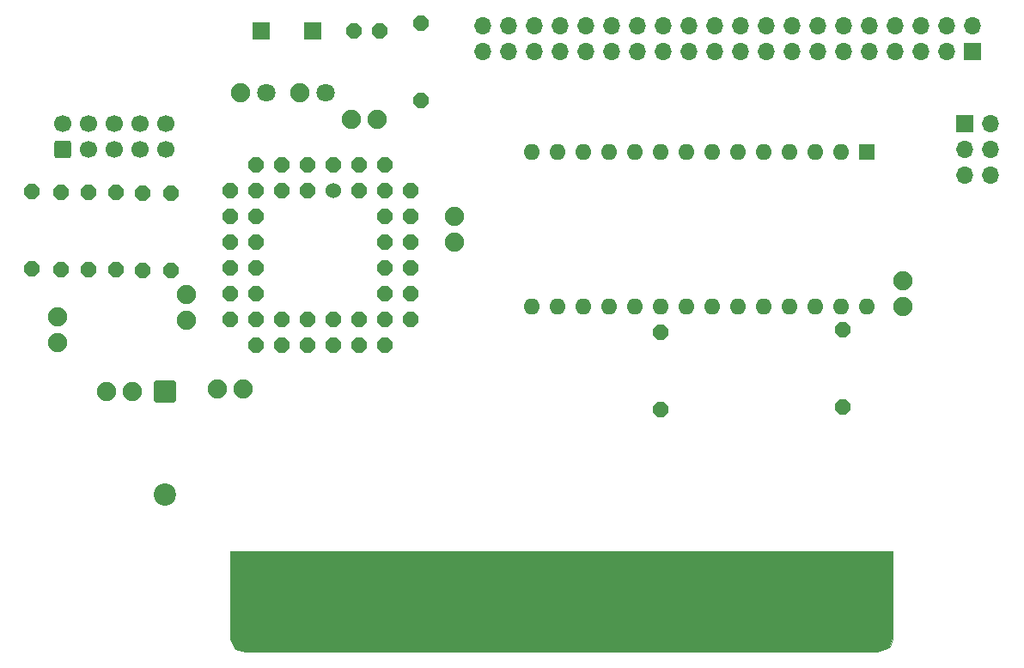
<source format=gbr>
%TF.GenerationSoftware,KiCad,Pcbnew,9.0.2*%
%TF.CreationDate,2025-09-06T01:51:39+01:00*%
%TF.ProjectId,msxpi,6d737870-692e-46b6-9963-61645f706362,1.1 Rev 1*%
%TF.SameCoordinates,Original*%
%TF.FileFunction,Soldermask,Bot*%
%TF.FilePolarity,Negative*%
%FSLAX46Y46*%
G04 Gerber Fmt 4.6, Leading zero omitted, Abs format (unit mm)*
G04 Created by KiCad (PCBNEW 9.0.2) date 2025-09-06 01:51:39*
%MOMM*%
%LPD*%
G01*
G04 APERTURE LIST*
G04 Aperture macros list*
%AMRoundRect*
0 Rectangle with rounded corners*
0 $1 Rounding radius*
0 $2 $3 $4 $5 $6 $7 $8 $9 X,Y pos of 4 corners*
0 Add a 4 corners polygon primitive as box body*
4,1,4,$2,$3,$4,$5,$6,$7,$8,$9,$2,$3,0*
0 Add four circle primitives for the rounded corners*
1,1,$1+$1,$2,$3*
1,1,$1+$1,$4,$5*
1,1,$1+$1,$6,$7*
1,1,$1+$1,$8,$9*
0 Add four rect primitives between the rounded corners*
20,1,$1+$1,$2,$3,$4,$5,0*
20,1,$1+$1,$4,$5,$6,$7,0*
20,1,$1+$1,$6,$7,$8,$9,0*
20,1,$1+$1,$8,$9,$2,$3,0*%
%AMFreePoly0*
4,1,25,0.333266,0.742596,0.345389,0.732242,0.732242,0.345389,0.760749,0.289441,0.762000,0.273547,0.762000,-0.273547,0.742596,-0.333266,0.732242,-0.345389,0.345389,-0.732242,0.289441,-0.760749,0.273547,-0.762000,-0.273547,-0.762000,-0.333266,-0.742596,-0.345389,-0.732242,-0.732242,-0.345389,-0.760749,-0.289441,-0.762000,-0.273547,-0.762000,0.273547,-0.742596,0.333266,-0.732242,0.345389,
-0.345389,0.732242,-0.289441,0.760749,-0.273547,0.762000,0.273547,0.762000,0.333266,0.742596,0.333266,0.742596,$1*%
%AMFreePoly1*
4,1,25,0.391131,0.882296,0.403254,0.871942,0.871942,0.403254,0.900449,0.347306,0.901700,0.331412,0.901700,-0.331412,0.882296,-0.391131,0.871942,-0.403254,0.403254,-0.871942,0.347306,-0.900449,0.331412,-0.901700,-0.331412,-0.901700,-0.391131,-0.882296,-0.403254,-0.871942,-0.871942,-0.403254,-0.900449,-0.347306,-0.901700,-0.331412,-0.901700,0.331412,-0.882296,0.391131,-0.871942,0.403254,
-0.403254,0.871942,-0.347306,0.900449,-0.331412,0.901700,0.331412,0.901700,0.391131,0.882296,0.391131,0.882296,$1*%
G04 Aperture macros list end*
%ADD10C,0.100000*%
%ADD11FreePoly0,270.000000*%
%ADD12FreePoly0,90.000000*%
%ADD13RoundRect,0.249999X-0.850001X0.850001X-0.850001X-0.850001X0.850001X-0.850001X0.850001X0.850001X0*%
%ADD14C,2.200000*%
%ADD15FreePoly1,180.000000*%
%ADD16R,1.600000X1.600000*%
%ADD17O,1.600000X1.600000*%
%ADD18C,1.524000*%
%ADD19FreePoly0,0.000000*%
%ADD20R,1.500000X8.000000*%
%ADD21R,1.700000X1.700000*%
%ADD22C,1.803400*%
%ADD23FreePoly1,90.000000*%
%ADD24RoundRect,0.250000X0.600000X-0.600000X0.600000X0.600000X-0.600000X0.600000X-0.600000X-0.600000X0*%
%ADD25C,1.700000*%
%ADD26FreePoly0,180.000000*%
%ADD27FreePoly1,270.000000*%
%ADD28O,1.700000X1.700000*%
G04 APERTURE END LIST*
D10*
X186690000Y-135382000D02*
X186436000Y-136144000D01*
X185928000Y-136398000D01*
X185166000Y-136652000D01*
X122936000Y-136652000D01*
X121920000Y-136398000D01*
X121412000Y-135382000D01*
X121412000Y-126746000D01*
X186690000Y-126746000D01*
X186690000Y-135382000D01*
G36*
X186690000Y-135382000D02*
G01*
X186436000Y-136144000D01*
X185928000Y-136398000D01*
X185166000Y-136652000D01*
X122936000Y-136652000D01*
X121920000Y-136398000D01*
X121412000Y-135382000D01*
X121412000Y-126746000D01*
X186690000Y-126746000D01*
X186690000Y-135382000D01*
G37*
D11*
%TO.C,R9*%
X115525000Y-91430000D03*
X115525000Y-99050000D03*
%TD*%
D12*
%TO.C,R8*%
X112775000Y-99060000D03*
X112775000Y-91440000D03*
%TD*%
D13*
%TO.C,D5*%
X114950000Y-110970000D03*
D14*
X114950000Y-121130000D03*
%TD*%
D11*
%TO.C,R5*%
X181711600Y-104952800D03*
X181711600Y-112572800D03*
%TD*%
D15*
%TO.C,C1*%
X111760000Y-110998000D03*
X109220000Y-110998000D03*
%TD*%
D12*
%TO.C,R3*%
X107375000Y-98970000D03*
X107375000Y-91350000D03*
%TD*%
D16*
%TO.C,U3*%
X184150000Y-87376000D03*
D17*
X181610000Y-87376000D03*
X179070000Y-87376000D03*
X176530000Y-87376000D03*
X173990000Y-87376000D03*
X171450000Y-87376000D03*
X168910000Y-87376000D03*
X166370000Y-87376000D03*
X163830000Y-87376000D03*
X161290000Y-87376000D03*
X158750000Y-87376000D03*
X156210000Y-87376000D03*
X153670000Y-87376000D03*
X151130000Y-87376000D03*
X151130000Y-102616000D03*
X153670000Y-102616000D03*
X156210000Y-102616000D03*
X158750000Y-102616000D03*
X161290000Y-102616000D03*
X163830000Y-102616000D03*
X166370000Y-102616000D03*
X168910000Y-102616000D03*
X171450000Y-102616000D03*
X173990000Y-102616000D03*
X176530000Y-102616000D03*
X179070000Y-102616000D03*
X181610000Y-102616000D03*
X184150000Y-102616000D03*
%TD*%
D18*
%TO.C,U2*%
X131572000Y-91186000D03*
D19*
X129032000Y-88646000D03*
X129032000Y-91186000D03*
X126492000Y-88646000D03*
X126492000Y-91186000D03*
X123952000Y-88646000D03*
X121412000Y-91186000D03*
X123952000Y-91186000D03*
X121412000Y-93726000D03*
X123952000Y-93726000D03*
X121412000Y-96266000D03*
X123952000Y-96266000D03*
X121412000Y-98806000D03*
X123952000Y-98806000D03*
X121412000Y-101346000D03*
X123952000Y-101346000D03*
X121412000Y-103886000D03*
X123952000Y-106426000D03*
X123952000Y-103886000D03*
X126492000Y-106426000D03*
X126492000Y-103886000D03*
X129032000Y-106426000D03*
X129032000Y-103886000D03*
X131572000Y-106426000D03*
X131572000Y-103886000D03*
X134112000Y-106426000D03*
X134112000Y-103886000D03*
X136652000Y-106426000D03*
X139192000Y-103886000D03*
X136652000Y-103886000D03*
X139192000Y-101346000D03*
X136652000Y-101346000D03*
X139192000Y-98806000D03*
X136652000Y-98806000D03*
X139192000Y-96266000D03*
X136652000Y-96266000D03*
X139192000Y-93726000D03*
X136652000Y-93726000D03*
X139192000Y-91186000D03*
X136652000Y-88646000D03*
X136652000Y-91186000D03*
X134112000Y-88646000D03*
X134112000Y-91186000D03*
X131572000Y-88646000D03*
%TD*%
D20*
%TO.C,J1*%
X123650025Y-131553202D03*
X126190025Y-131553202D03*
X128730025Y-131553202D03*
X131270025Y-131553202D03*
X133810025Y-131553202D03*
X136350025Y-131553202D03*
X138890025Y-131553202D03*
X141430025Y-131553202D03*
X143970025Y-131553202D03*
X146510025Y-131553202D03*
X149050025Y-131553202D03*
X151590025Y-131553202D03*
X154130025Y-131553202D03*
X156670025Y-131553202D03*
X159210025Y-131553202D03*
X161750025Y-131553202D03*
X164290025Y-131553202D03*
X166830025Y-131553202D03*
X169370025Y-131553202D03*
X171910025Y-131553202D03*
X174450025Y-131553202D03*
X176990025Y-131553202D03*
X179530025Y-131553202D03*
X182070025Y-131553202D03*
X184610025Y-131553202D03*
%TD*%
D11*
%TO.C,R6*%
X163830000Y-105156000D03*
X163830000Y-112776000D03*
%TD*%
D21*
%TO.C,J5*%
X129540000Y-75438000D03*
%TD*%
D12*
%TO.C,R1*%
X101850000Y-98910000D03*
X101850000Y-91290000D03*
%TD*%
D22*
%TO.C,C9*%
X130810000Y-81534000D03*
D15*
X128270000Y-81534000D03*
%TD*%
D23*
%TO.C,C7*%
X187706000Y-102616000D03*
X187706000Y-100076000D03*
%TD*%
D24*
%TO.C,J2*%
X104902000Y-87122000D03*
D25*
X104902000Y-84582000D03*
X107442000Y-87122000D03*
X107442000Y-84582000D03*
X109982000Y-87122000D03*
X109982000Y-84582000D03*
X112522000Y-87122000D03*
X112522000Y-84582000D03*
X115062000Y-87122000D03*
X115062000Y-84582000D03*
%TD*%
D11*
%TO.C,R7*%
X140208000Y-74676000D03*
X140208000Y-82296000D03*
%TD*%
D26*
%TO.C,LED1*%
X136144000Y-75438000D03*
X133604000Y-75438000D03*
%TD*%
D15*
%TO.C,C5*%
X135890000Y-84175600D03*
X133350000Y-84175600D03*
%TD*%
D12*
%TO.C,R2*%
X104675000Y-98945000D03*
X104675000Y-91325000D03*
%TD*%
D15*
%TO.C,C6*%
X122682000Y-110744000D03*
X120142000Y-110744000D03*
%TD*%
D27*
%TO.C,C2*%
X104394000Y-103632000D03*
X104394000Y-106172000D03*
%TD*%
D23*
%TO.C,C4*%
X117094000Y-104013000D03*
X117094000Y-101473000D03*
%TD*%
D21*
%TO.C,J6*%
X124460000Y-75438000D03*
%TD*%
%TO.C,J3*%
X193802000Y-84582000D03*
D28*
X196342000Y-84582000D03*
X193802000Y-87122000D03*
X196342000Y-87122000D03*
X193802000Y-89662000D03*
X196342000Y-89662000D03*
%TD*%
%TO.C,J4*%
X194564000Y-74930000D03*
D21*
X194564000Y-77470000D03*
D28*
X192024000Y-74930000D03*
X192024000Y-77470000D03*
X189484000Y-74930000D03*
X189484000Y-77470000D03*
X186944000Y-74930000D03*
X186944000Y-77470000D03*
X184404000Y-74930000D03*
X184404000Y-77470000D03*
X181864000Y-74930000D03*
X181864000Y-77470000D03*
X179324000Y-74930000D03*
X179324000Y-77470000D03*
X176784000Y-74930000D03*
X176784000Y-77470000D03*
X174244000Y-74930000D03*
X174244000Y-77470000D03*
X171704000Y-74930000D03*
X171704000Y-77470000D03*
X169164000Y-74930000D03*
X169164000Y-77470000D03*
X166624000Y-74930000D03*
X166624000Y-77470000D03*
X164084000Y-74930000D03*
X164084000Y-77470000D03*
X161544000Y-74930000D03*
X161544000Y-77470000D03*
X159004000Y-74930000D03*
X159004000Y-77470000D03*
X156464000Y-74930000D03*
X156464000Y-77470000D03*
X153924000Y-74930000D03*
X153924000Y-77470000D03*
X151384000Y-74930000D03*
X151384000Y-77470000D03*
X148844000Y-74930000D03*
X148844000Y-77470000D03*
X146304000Y-74930000D03*
X146304000Y-77470000D03*
%TD*%
D12*
%TO.C,R4*%
X110100000Y-98975000D03*
X110100000Y-91355000D03*
%TD*%
D27*
%TO.C,C3*%
X143510000Y-93726000D03*
X143510000Y-96266000D03*
%TD*%
D22*
%TO.C,C8*%
X124968000Y-81534000D03*
D15*
X122428000Y-81534000D03*
%TD*%
M02*

</source>
